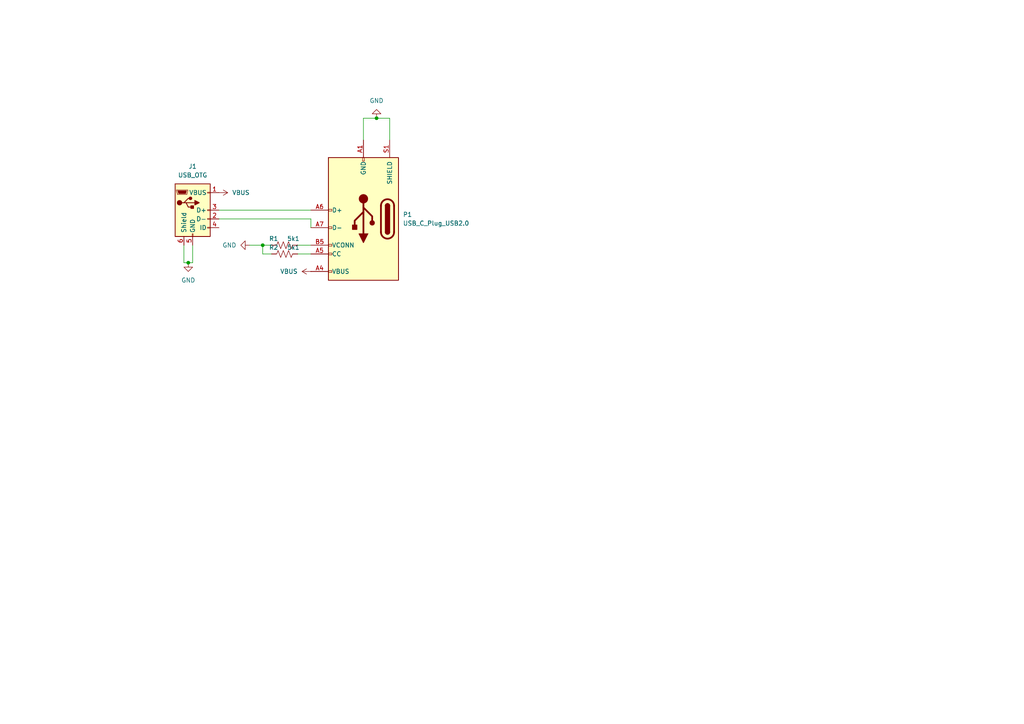
<source format=kicad_sch>
(kicad_sch (version 20231120) (generator "eeschema") (generator_version "8.0")
  (paper "A4")
  (lib_symbols
    (symbol "Connector:USB_C_Plug_USB2.0" (pin_names (offset 1.016))
      (property "Reference" "P" (at -10.16 19.05 0))
      (property "Value" "USB_C_Plug_USB2.0" (at 12.7 19.05 0))
      (symbol "USB_C_Plug_USB2.0_0_0"
        (rectangle (start -0.254 -17.78) (end 0.254 -16.764))
        (rectangle (start 10.16 -2.286) (end 9.144 -2.794))
        (rectangle (start 10.16 2.794) (end 9.144 2.286))
        (rectangle (start 10.16 7.874) (end 9.144 7.366))
        (rectangle (start 10.16 10.414) (end 9.144 9.906))
        (rectangle (start 10.16 15.494) (end 9.144 14.986))
      )
      (symbol "USB_C_Plug_USB2.0_0_1"
        (rectangle (start -10.16 17.78) (end 10.16 -17.78) (stroke (width 0.254)) (fill (type background)))
        (arc (start -8.89 -3.81) (mid -6.985 -5.7067) (end -5.08 -3.81) (stroke (width 0.508)))
        (arc (start -7.62 -3.81) (mid -6.985 -4.4423) (end -6.35 -3.81) (stroke (width 0.254)))
        (arc (start -7.62 -3.81) (mid -6.985 -4.4423) (end -6.35 -3.81) (stroke (width 0.254)) (fill (type outline)))
        (rectangle (start -7.62 -3.81) (end -6.35 3.81) (stroke (width 0.254)) (fill (type outline)))
        (arc (start -6.35 3.81) (mid -6.985 4.4423) (end -7.62 3.81) (stroke (width 0.254)))
        (arc (start -6.35 3.81) (mid -6.985 4.4423) (end -7.62 3.81) (stroke (width 0.254)) (fill (type outline)))
        (arc (start -5.08 3.81) (mid -6.985 5.7067) (end -8.89 3.81) (stroke (width 0.508)))
        (circle (center -2.54 1.143) (radius 0.635) (stroke (width 0.254)) (fill (type outline)))
        (circle (center 0 -5.842) (radius 1.27) (fill (type outline)))
        (polyline (pts (xy -8.89 -3.81) (xy -8.89 3.81)) (stroke (width 0.508)))
        (polyline (pts (xy -5.08 3.81) (xy -5.08 -3.81)) (stroke (width 0.508)))
        (polyline (pts (xy 0 -5.842) (xy 0 4.318)) (stroke (width 0.508)))
        (polyline (pts (xy 0 -3.302) (xy -2.54 -0.762) (xy -2.54 0.508)) (stroke (width 0.508)))
        (polyline (pts (xy 0 -2.032) (xy 2.54 0.508) (xy 2.54 1.778)) (stroke (width 0.508)))
        (polyline (pts (xy -1.27 4.318) (xy 0 6.858) (xy 1.27 4.318) (xy -1.27 4.318)) (stroke (width 0.254)) (fill (type outline)))
        (rectangle (start 1.905 1.778) (end 3.175 3.048) (stroke (width 0.254)) (fill (type outline)))
      )
      (symbol "USB_C_Plug_USB2.0_1_1"
        (pin passive line (at 0 -22.86 90) (length 5.08) (name "GND") (number "A1"))
        (pin passive line (at 0 -22.86 90) (length 5.08) hide (name "GND") (number "A12"))
        (pin passive line (at 15.24 15.24 180) (length 5.08) (name "VBUS") (number "A4"))
        (pin bidirectional line (at 15.24 10.16 180) (length 5.08) (name "CC") (number "A5"))
        (pin bidirectional line (at 15.24 -2.54 180) (length 5.08) (name "D+") (number "A6"))
        (pin bidirectional line (at 15.24 2.54 180) (length 5.08) (name "D-") (number "A7"))
        (pin passive line (at 15.24 15.24 180) (length 5.08) hide (name "VBUS") (number "A9"))
        (pin passive line (at 0 -22.86 90) (length 5.08) hide (name "GND") (number "B1"))
        (pin passive line (at 0 -22.86 90) (length 5.08) hide (name "GND") (number "B12"))
        (pin passive line (at 15.24 15.24 180) (length 5.08) hide (name "VBUS") (number "B4"))
        (pin bidirectional line (at 15.24 7.62 180) (length 5.08) (name "VCONN") (number "B5"))
        (pin passive line (at 15.24 15.24 180) (length 5.08) hide (name "VBUS") (number "B9"))
        (pin passive line (at -7.62 -22.86 90) (length 5.08) (name "SHIELD") (number "S1"))
      )
    )
    (symbol "Connector:USB_OTG" (pin_names (offset 1.016))
      (property "Reference" "J" (at -5.08 11.43 0))
      (property "Value" "USB_OTG" (at -5.08 8.89 0))
      (symbol "USB_OTG_0_1"
        (rectangle (start -5.08 -7.62) (end 5.08 7.62) (stroke (width 0.254)) (fill (type background)))
        (circle (center -3.81 2.159) (radius 0.635) (stroke (width 0.254)) (fill (type outline)))
        (circle (center -0.635 3.429) (radius 0.381) (stroke (width 0.254)) (fill (type outline)))
        (rectangle (start -0.127 -7.62) (end 0.127 -6.858))
        (polyline (pts (xy -1.905 2.159) (xy 0.635 2.159)) (stroke (width 0.254)))
        (polyline (pts (xy -3.175 2.159) (xy -2.54 2.159) (xy -1.27 3.429) (xy -0.635 3.429)) (stroke (width 0.254)))
        (polyline (pts (xy -2.54 2.159) (xy -1.905 2.159) (xy -1.27 0.889) (xy 0 0.889)) (stroke (width 0.254)))
        (polyline (pts (xy 0.635 2.794) (xy 0.635 1.524) (xy 1.905 2.159) (xy 0.635 2.794)) (stroke (width 0.254)) (fill (type outline)))
        (polyline (pts (xy -4.318 5.588) (xy -1.778 5.588) (xy -2.032 4.826) (xy -4.064 4.826) (xy -4.318 5.588)) (fill (type outline)))
        (polyline (pts (xy -4.699 5.842) (xy -4.699 5.588) (xy -4.445 4.826) (xy -4.445 4.572) (xy -1.651 4.572) (xy -1.651 4.826) (xy -1.397 5.588) (xy -1.397 5.842) (xy -4.699 5.842)))
        (rectangle (start 0.254 1.27) (end -0.508 0.508) (stroke (width 0.254)) (fill (type outline)))
        (rectangle (start 5.08 -5.207) (end 4.318 -4.953))
        (rectangle (start 5.08 -2.667) (end 4.318 -2.413))
        (rectangle (start 5.08 -0.127) (end 4.318 0.127))
        (rectangle (start 5.08 4.953) (end 4.318 5.207))
      )
      (symbol "USB_OTG_1_1"
        (pin passive line (at 7.62 5.08 180) (length 2.54) (name "VBUS") (number "1"))
        (pin bidirectional line (at 7.62 -2.54 180) (length 2.54) (name "D-") (number "2"))
        (pin bidirectional line (at 7.62 0 180) (length 2.54) (name "D+") (number "3"))
        (pin passive line (at 7.62 -5.08 180) (length 2.54) (name "ID") (number "4"))
        (pin passive line (at 0 -10.16 90) (length 2.54) (name "GND") (number "5"))
        (pin passive line (at -2.54 -10.16 90) (length 2.54) (name "Shield") (number "6"))
      )
    )
    (symbol "Device:R_US" (pin_numbers hide) (pin_names (offset 0))
      (property "Reference" "R" (at 2.54 0 90))
      (property "Value" "R_US" (at -2.54 0 90))
      (symbol "R_US_0_1"
        (polyline (pts (xy 0 -2.286) (xy 0 -2.54)))
        (polyline (pts (xy 0 2.286) (xy 0 2.54)))
        (polyline (pts (xy 0 -0.762) (xy 1.016 -1.143) (xy 0 -1.524) (xy -1.016 -1.905) (xy 0 -2.286)))
        (polyline (pts (xy 0 0.762) (xy 1.016 0.381) (xy 0 0) (xy -1.016 -0.381) (xy 0 -0.762)))
        (polyline (pts (xy 0 2.286) (xy 1.016 1.905) (xy 0 1.524) (xy -1.016 1.143) (xy 0 0.762)))
      )
      (symbol "R_US_1_1"
        (pin passive line (at 0 3.81 270) (length 1.27) (name "~") (number "1"))
        (pin passive line (at 0 -3.81 90) (length 1.27) (name "~") (number "2"))
      )
    )
    (symbol "power:GND" (power) (pin_numbers hide) (pin_names (offset 0) hide)
      (property "Value" "GND" (at 0 -3.81 0))
      (symbol "GND_0_1"
        (polyline (pts (xy 0 0) (xy 0 -1.27) (xy 1.27 -1.27) (xy 0 -2.54) (xy -1.27 -1.27) (xy 0 -1.27)))
      )
      (symbol "GND_1_1"
        (pin power_in line (at 0 0 270) (length 0) (name "~") (number "1"))
      )
    )
    (symbol "power:VBUS" (power) (pin_numbers hide) (pin_names (offset 0) hide)
      (property "Value" "VBUS" (at 0 3.556 0))
      (symbol "VBUS_0_1"
        (polyline (pts (xy -0.762 1.27) (xy 0 2.54)))
        (polyline (pts (xy 0 0) (xy 0 2.54)))
        (polyline (pts (xy 0 2.54) (xy 0.762 1.27)))
      )
      (symbol "VBUS_1_1"
        (pin power_in line (at 0 0 90) (length 0) (name "~") (number "1"))
      )
    )
  )
  (junction (at 54.61 76.2))
  (junction (at 76.2 71.12))
  (junction (at 109.22 34.29))
  (wire (pts (xy 78.74 73.66) (xy 76.2 73.66)))
  (wire (pts (xy 54.61 76.2) (xy 55.88 76.2)))
  (wire (pts (xy 63.5 63.5) (xy 90.17 63.5)))
  (wire (pts (xy 105.41 40.64) (xy 105.41 34.29)))
  (wire (pts (xy 72.39 71.12) (xy 76.2 71.12)))
  (wire (pts (xy 55.88 76.2) (xy 55.88 71.12)))
  (wire (pts (xy 76.2 71.12) (xy 78.74 71.12)))
  (wire (pts (xy 86.36 71.12) (xy 90.17 71.12)))
  (wire (pts (xy 53.34 71.12) (xy 53.34 76.2)))
  (wire (pts (xy 63.5 60.96) (xy 90.17 60.96)))
  (wire (pts (xy 76.2 73.66) (xy 76.2 71.12)))
  (wire (pts (xy 90.17 63.5) (xy 90.17 66.04)))
  (wire (pts (xy 86.36 73.66) (xy 90.17 73.66)))
  (wire (pts (xy 53.34 76.2) (xy 54.61 76.2)))
  (wire (pts (xy 109.22 34.29) (xy 113.03 34.29)))
  (wire (pts (xy 105.41 34.29) (xy 109.22 34.29)))
  (wire (pts (xy 113.03 34.29) (xy 113.03 40.64)))
  (symbol (lib_id "Device:R_US") (at 82.55 73.66 90) (unit 1)
    (property "Reference" "R2" (at 79.375 71.755 90))
    (property "Value" "5k1" (at 85.09 71.755 90))
    (property "Footprint" "Resistor_SMD:R_0402_1005Metric" (effects (hide yes)))
  )
  (symbol (lib_id "power:VBUS") (at 90.17 78.74 90) (unit 1)
    (property "Reference" "#PWR04" (effects (hide yes)))
    (property "Value" "VBUS" (at 86.36 78.7399 90) (effects (justify left)))
    (property "Description" "Power symbol creates a global label with name \"VBUS\"" (effects (hide yes)))
  )
  (symbol (lib_id "Device:R_US") (at 82.55 71.12 90) (unit 1)
    (property "Reference" "R1" (at 79.375 69.215 90))
    (property "Value" "5k1" (at 85.09 69.215 90))
    (property "Footprint" "Resistor_SMD:R_0402_1005Metric" (effects (hide yes)))
  )
  (symbol (lib_id "power:VBUS") (at 63.5 55.88 270) (unit 1)
    (property "Reference" "#PWR03" (effects (hide yes)))
    (property "Value" "VBUS" (at 67.31 55.8799 90) (effects (justify left)))
    (property "Description" "Power symbol creates a global label with name \"VBUS\"" (effects (hide yes)))
  )
  (symbol (lib_id "Connector:USB_OTG") (at 55.88 60.96 0) (unit 1)
    (property "Reference" "J1" (at 55.88 48.26 0))
    (property "Value" "USB_OTG" (at 55.88 50.8 0))
    (property "Footprint" "Connector_USB:USB_Micro-B_Amphenol_10103594-0001LF_Horizontal" (effects (hide yes)))
    (property "Description" "USB mini/micro connector" (effects (hide yes)))
  )
  (symbol (lib_id "power:GND") (at 72.39 71.12 270) (unit 1)
    (property "Reference" "#PWR05" (effects (hide yes)))
    (property "Value" "GND" (at 68.58 71.1199 90) (effects (justify right)))
    (property "Description" "Power symbol creates a global label with name \"GND\" , ground" (effects (hide yes)))
  )
  (symbol (lib_id "power:GND") (at 54.61 76.2 0) (unit 1)
    (property "Reference" "#PWR01" (effects (hide yes)))
    (property "Value" "GND" (at 54.61 81.28 0))
    (property "Description" "Power symbol creates a global label with name \"GND\" , ground" (effects (hide yes)))
  )
  (symbol (lib_id "power:GND") (at 109.22 34.29 180) (unit 1)
    (property "Reference" "#PWR02" (effects (hide yes)))
    (property "Value" "GND" (at 109.22 29.21 0))
    (property "Description" "Power symbol creates a global label with name \"GND\" , ground" (effects (hide yes)))
  )
  (symbol (lib_id "Connector:USB_C_Plug_USB2.0") (at 105.41 63.5 180) (unit 1)
    (property "Reference" "P1" (at 116.84 62.2299 0) (effects (justify right)))
    (property "Value" "USB_C_Plug_USB2.0" (at 116.84 64.7699 0) (effects (justify right)))
    (property "Footprint" "Connector_USB:USB_C_Plug_Molex_105444" (effects (hide yes)))
    (property "Datasheet" "https://www.usb.org/sites/default/files/documents/usb_type-c.zip" (effects (hide yes)))
    (property "Description" "USB 2.0-only Type-C Plug connector" (effects (hide yes)))
  )
)
</source>
